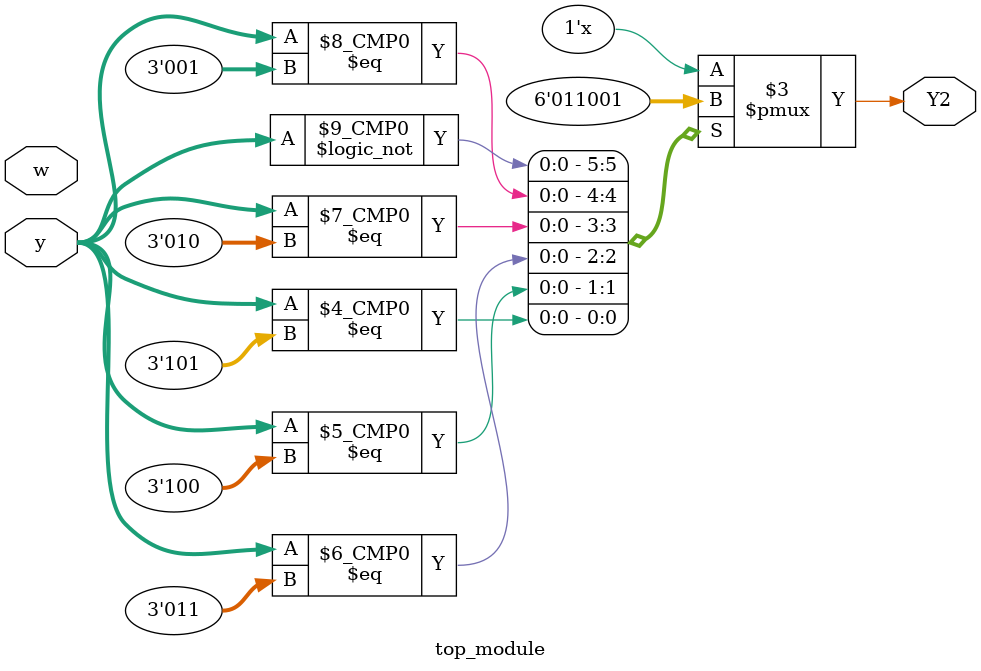
<source format=sv>
module top_module(
	input [3:1] y,
	input w,
	output reg Y2);

	always @(*) begin
		case (y)
			3'b000: Y2 = 1'b0; // A -> B
			3'b001: Y2 = 1'b1; // B -> A
			3'b010: Y2 = 1'b1; // C -> D
			3'b011: Y2 = 1'b0; // D -> A
			3'b100: Y2 = 1'b0; // E -> D
			3'b101: Y2 = 1'b1; // F -> D
			default: Y2 = Y2; // Default
		endcase
	end

endmodule

</source>
